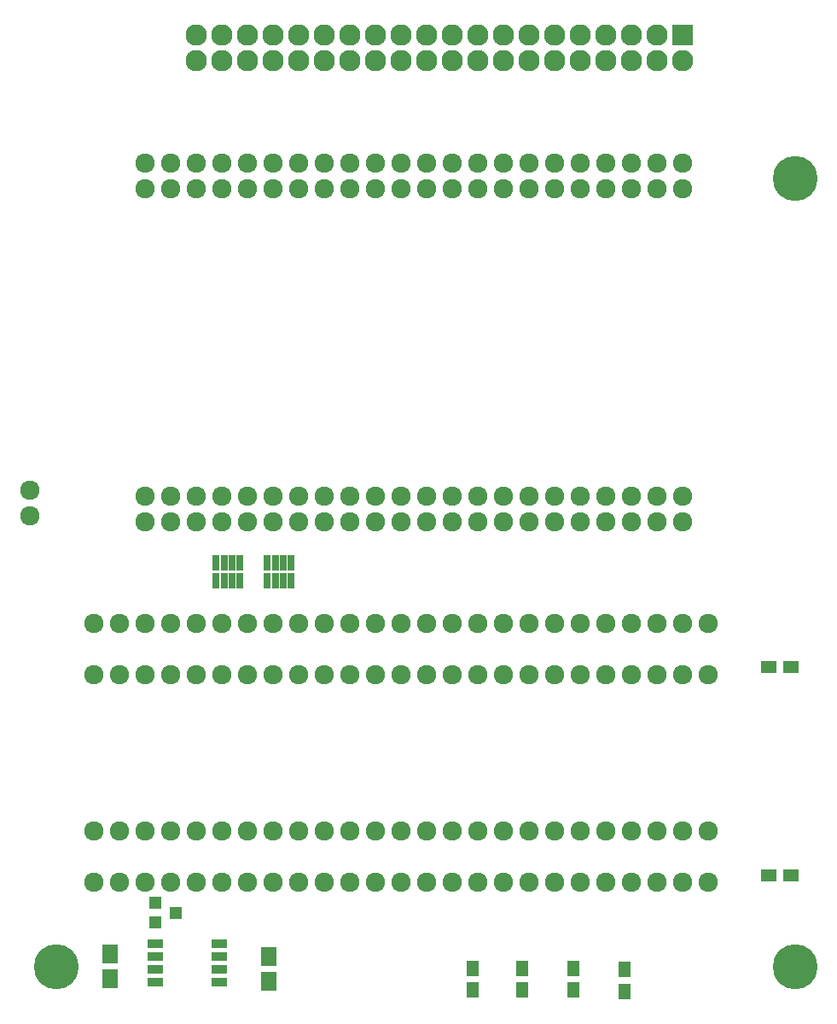
<source format=gbs>
G04 #@! TF.FileFunction,Soldermask,Bot*
%FSLAX46Y46*%
G04 Gerber Fmt 4.6, Leading zero omitted, Abs format (unit mm)*
G04 Created by KiCad (PCBNEW 4.0.4-stable) date 01/09/17 01:24:07*
%MOMM*%
%LPD*%
G01*
G04 APERTURE LIST*
%ADD10C,0.100000*%
%ADD11C,1.924000*%
%ADD12C,4.464000*%
%ADD13R,2.127200X2.127200*%
%ADD14O,2.127200X2.127200*%
%ADD15R,1.300000X1.200000*%
%ADD16R,1.543000X0.908000*%
%ADD17R,1.650000X1.900000*%
%ADD18R,0.800000X1.600000*%
%ADD19R,1.600000X1.300000*%
%ADD20R,1.300000X1.600000*%
G04 APERTURE END LIST*
D10*
D11*
X168656000Y-129921000D03*
X168656000Y-135001000D03*
X166116000Y-129921000D03*
X166116000Y-135001000D03*
X163576000Y-129921000D03*
X163576000Y-135001000D03*
X161036000Y-129921000D03*
X161036000Y-135001000D03*
X158496000Y-129921000D03*
X158496000Y-135001000D03*
X155956000Y-129921000D03*
X155956000Y-135001000D03*
X153416000Y-129921000D03*
X153416000Y-135001000D03*
X150876000Y-129921000D03*
X150876000Y-135001000D03*
X148336000Y-129921000D03*
X148336000Y-135001000D03*
X145796000Y-129921000D03*
X145796000Y-135001000D03*
X143256000Y-129921000D03*
X143256000Y-135001000D03*
X140716000Y-129921000D03*
X140716000Y-135001000D03*
X138176000Y-129921000D03*
X138176000Y-135001000D03*
X135636000Y-129921000D03*
X135636000Y-135001000D03*
X133096000Y-129921000D03*
X133096000Y-135001000D03*
X130556000Y-129921000D03*
X130556000Y-135001000D03*
X128016000Y-129921000D03*
X128016000Y-135001000D03*
X125476000Y-129921000D03*
X125476000Y-135001000D03*
X122936000Y-129921000D03*
X122936000Y-135001000D03*
X120396000Y-129921000D03*
X120396000Y-135001000D03*
X117856000Y-129921000D03*
X117856000Y-135001000D03*
X115316000Y-129921000D03*
X115316000Y-135001000D03*
X112776000Y-129921000D03*
X112776000Y-135001000D03*
X110236000Y-129921000D03*
X110236000Y-135001000D03*
X107696000Y-129921000D03*
X107696000Y-135001000D03*
X166116000Y-63754000D03*
X166116000Y-66294000D03*
X163576000Y-63754000D03*
X163576000Y-66294000D03*
X161036000Y-63754000D03*
X161036000Y-66294000D03*
X158496000Y-63754000D03*
X158496000Y-66294000D03*
X155956000Y-63754000D03*
X155956000Y-66294000D03*
X153416000Y-63754000D03*
X153416000Y-66294000D03*
X150876000Y-63754000D03*
X150876000Y-66294000D03*
X148336000Y-63754000D03*
X148336000Y-66294000D03*
X145796000Y-63754000D03*
X145796000Y-66294000D03*
X143256000Y-63754000D03*
X143256000Y-66294000D03*
X140716000Y-63754000D03*
X140716000Y-66294000D03*
X138176000Y-63754000D03*
X138176000Y-66294000D03*
X135636000Y-63754000D03*
X135636000Y-66294000D03*
X133096000Y-63754000D03*
X133096000Y-66294000D03*
X130556000Y-63754000D03*
X130556000Y-66294000D03*
X128016000Y-63754000D03*
X128016000Y-66294000D03*
X125476000Y-63754000D03*
X125476000Y-66294000D03*
X122936000Y-63754000D03*
X122936000Y-66294000D03*
X120396000Y-63754000D03*
X120396000Y-66294000D03*
X117856000Y-63754000D03*
X117856000Y-66294000D03*
X115316000Y-63754000D03*
X115316000Y-66294000D03*
X112776000Y-63754000D03*
X112776000Y-66294000D03*
X112776000Y-99314000D03*
X112776000Y-96774000D03*
X115316000Y-99314000D03*
X115316000Y-96774000D03*
X117856000Y-99314000D03*
X117856000Y-96774000D03*
X120396000Y-99314000D03*
X120396000Y-96774000D03*
X122936000Y-99314000D03*
X122936000Y-96774000D03*
X125476000Y-99314000D03*
X125476000Y-96774000D03*
X128016000Y-99314000D03*
X128016000Y-96774000D03*
X130556000Y-99314000D03*
X130556000Y-96774000D03*
X133096000Y-99314000D03*
X133096000Y-96774000D03*
X135636000Y-99314000D03*
X135636000Y-96774000D03*
X138176000Y-99314000D03*
X138176000Y-96774000D03*
X140716000Y-99314000D03*
X140716000Y-96774000D03*
X143256000Y-99314000D03*
X143256000Y-96774000D03*
X145796000Y-99314000D03*
X145796000Y-96774000D03*
X148336000Y-99314000D03*
X148336000Y-96774000D03*
X150876000Y-99314000D03*
X150876000Y-96774000D03*
X153416000Y-99314000D03*
X153416000Y-96774000D03*
X155956000Y-99314000D03*
X155956000Y-96774000D03*
X158496000Y-99314000D03*
X158496000Y-96774000D03*
X161036000Y-99314000D03*
X161036000Y-96774000D03*
X163576000Y-99314000D03*
X163576000Y-96774000D03*
X166116000Y-99314000D03*
X166116000Y-96774000D03*
X101346000Y-98679000D03*
X101346000Y-96139000D03*
D12*
X177292000Y-65278000D03*
X104013000Y-143383000D03*
D13*
X166116000Y-51054000D03*
D14*
X166116000Y-53594000D03*
X163576000Y-51054000D03*
X163576000Y-53594000D03*
X161036000Y-51054000D03*
X161036000Y-53594000D03*
X158496000Y-51054000D03*
X158496000Y-53594000D03*
X155956000Y-51054000D03*
X155956000Y-53594000D03*
X153416000Y-51054000D03*
X153416000Y-53594000D03*
X150876000Y-51054000D03*
X150876000Y-53594000D03*
X148336000Y-51054000D03*
X148336000Y-53594000D03*
X145796000Y-51054000D03*
X145796000Y-53594000D03*
X143256000Y-51054000D03*
X143256000Y-53594000D03*
X140716000Y-51054000D03*
X140716000Y-53594000D03*
X138176000Y-51054000D03*
X138176000Y-53594000D03*
X135636000Y-51054000D03*
X135636000Y-53594000D03*
X133096000Y-51054000D03*
X133096000Y-53594000D03*
X130556000Y-51054000D03*
X130556000Y-53594000D03*
X128016000Y-51054000D03*
X128016000Y-53594000D03*
X125476000Y-51054000D03*
X125476000Y-53594000D03*
X122936000Y-51054000D03*
X122936000Y-53594000D03*
X120396000Y-51054000D03*
X120396000Y-53594000D03*
X117856000Y-51054000D03*
X117856000Y-53594000D03*
D15*
X113808000Y-138999000D03*
X113808000Y-137099000D03*
X115808000Y-138049000D03*
D16*
X113792000Y-141097000D03*
X113792000Y-142367000D03*
X113792000Y-143637000D03*
X113792000Y-144907000D03*
X120142000Y-144907000D03*
X120142000Y-143637000D03*
X120142000Y-142367000D03*
X120142000Y-141097000D03*
D17*
X125095000Y-142387000D03*
X125095000Y-144887000D03*
X109347000Y-142133000D03*
X109347000Y-144633000D03*
D12*
X177292000Y-143383000D03*
D11*
X168656000Y-109347000D03*
X168656000Y-114427000D03*
X166116000Y-109347000D03*
X166116000Y-114427000D03*
X163576000Y-109347000D03*
X163576000Y-114427000D03*
X161036000Y-109347000D03*
X161036000Y-114427000D03*
X158496000Y-109347000D03*
X158496000Y-114427000D03*
X155956000Y-109347000D03*
X155956000Y-114427000D03*
X153416000Y-109347000D03*
X153416000Y-114427000D03*
X150876000Y-109347000D03*
X150876000Y-114427000D03*
X148336000Y-109347000D03*
X148336000Y-114427000D03*
X145796000Y-109347000D03*
X145796000Y-114427000D03*
X143256000Y-109347000D03*
X143256000Y-114427000D03*
X140716000Y-109347000D03*
X140716000Y-114427000D03*
X138176000Y-109347000D03*
X138176000Y-114427000D03*
X135636000Y-109347000D03*
X135636000Y-114427000D03*
X133096000Y-109347000D03*
X133096000Y-114427000D03*
X130556000Y-109347000D03*
X130556000Y-114427000D03*
X128016000Y-109347000D03*
X128016000Y-114427000D03*
X125476000Y-109347000D03*
X125476000Y-114427000D03*
X122936000Y-109347000D03*
X122936000Y-114427000D03*
X120396000Y-109347000D03*
X120396000Y-114427000D03*
X117856000Y-109347000D03*
X117856000Y-114427000D03*
X115316000Y-109347000D03*
X115316000Y-114427000D03*
X112776000Y-109347000D03*
X112776000Y-114427000D03*
X110236000Y-109347000D03*
X110236000Y-114427000D03*
X107696000Y-109347000D03*
X107696000Y-114427000D03*
D18*
X126511000Y-105117000D03*
X125711000Y-105117000D03*
X127311000Y-105117000D03*
X124911000Y-105117000D03*
X127311000Y-103417000D03*
X126511000Y-103417000D03*
X125711000Y-103417000D03*
X124911000Y-103417000D03*
X121431000Y-105117000D03*
X120631000Y-105117000D03*
X122231000Y-105117000D03*
X119831000Y-105117000D03*
X122231000Y-103417000D03*
X121431000Y-103417000D03*
X120631000Y-103417000D03*
X119831000Y-103417000D03*
D19*
X174668000Y-134366000D03*
X176868000Y-134366000D03*
D20*
X145288000Y-145753000D03*
X145288000Y-143553000D03*
X150241000Y-145753000D03*
X150241000Y-143553000D03*
D19*
X174668000Y-113665000D03*
X176868000Y-113665000D03*
D20*
X160401000Y-145880000D03*
X160401000Y-143680000D03*
X155321000Y-145753000D03*
X155321000Y-143553000D03*
M02*

</source>
